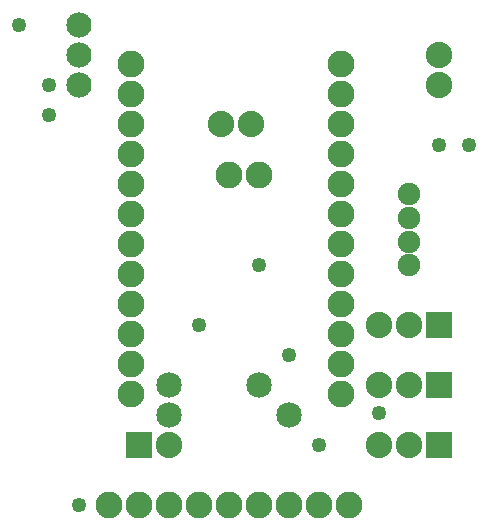
<source format=gts>
G04 MADE WITH FRITZING*
G04 WWW.FRITZING.ORG*
G04 DOUBLE SIDED*
G04 HOLES PLATED*
G04 CONTOUR ON CENTER OF CONTOUR VECTOR*
%ASAXBY*%
%FSLAX23Y23*%
%MOIN*%
%OFA0B0*%
%SFA1.0B1.0*%
%ADD10C,0.084000*%
%ADD11C,0.049370*%
%ADD12C,0.085000*%
%ADD13C,0.089370*%
%ADD14C,0.088000*%
%ADD15C,0.075000*%
%ADD16R,0.088000X0.088000*%
%LNMASK1*%
G90*
G70*
G54D10*
X244Y1630D03*
X244Y1730D03*
X244Y1830D03*
G54D11*
X144Y1630D03*
X44Y1830D03*
X144Y1530D03*
X244Y230D03*
X644Y830D03*
X944Y730D03*
X844Y1030D03*
X1044Y430D03*
X1244Y538D03*
X1444Y1430D03*
G54D12*
X544Y630D03*
X844Y630D03*
X544Y630D03*
X844Y630D03*
X944Y530D03*
X544Y530D03*
X944Y530D03*
X544Y530D03*
G54D13*
X416Y1699D03*
X416Y1599D03*
X416Y1499D03*
X416Y1399D03*
X416Y1299D03*
X416Y1199D03*
X416Y1099D03*
X416Y999D03*
X416Y899D03*
X416Y799D03*
X416Y699D03*
X416Y599D03*
X1116Y1699D03*
X1116Y1599D03*
X1116Y1499D03*
X1116Y1399D03*
X1116Y1299D03*
X1116Y1199D03*
X1116Y1099D03*
X1116Y999D03*
X1116Y899D03*
X1116Y799D03*
X1116Y699D03*
X1116Y599D03*
G54D14*
X444Y430D03*
X544Y430D03*
G54D13*
X1144Y230D03*
X1044Y230D03*
X944Y230D03*
X844Y230D03*
X744Y230D03*
X644Y230D03*
X544Y230D03*
X444Y230D03*
X344Y230D03*
G54D14*
X1444Y430D03*
X1344Y430D03*
X1244Y430D03*
X1444Y630D03*
X1344Y630D03*
X1244Y630D03*
X1444Y830D03*
X1344Y830D03*
X1244Y830D03*
G54D15*
X1344Y1030D03*
X1344Y1108D03*
X1344Y1187D03*
X1344Y1266D03*
G54D14*
X716Y1499D03*
X816Y1499D03*
X716Y1499D03*
X816Y1499D03*
G54D13*
X744Y1330D03*
X844Y1330D03*
X744Y1330D03*
X844Y1330D03*
G54D11*
X1544Y1430D03*
G54D14*
X1444Y1730D03*
X1444Y1630D03*
X1444Y1730D03*
X1444Y1630D03*
G54D16*
X444Y430D03*
X1444Y430D03*
X1444Y630D03*
X1444Y830D03*
G04 End of Mask1*
M02*
</source>
